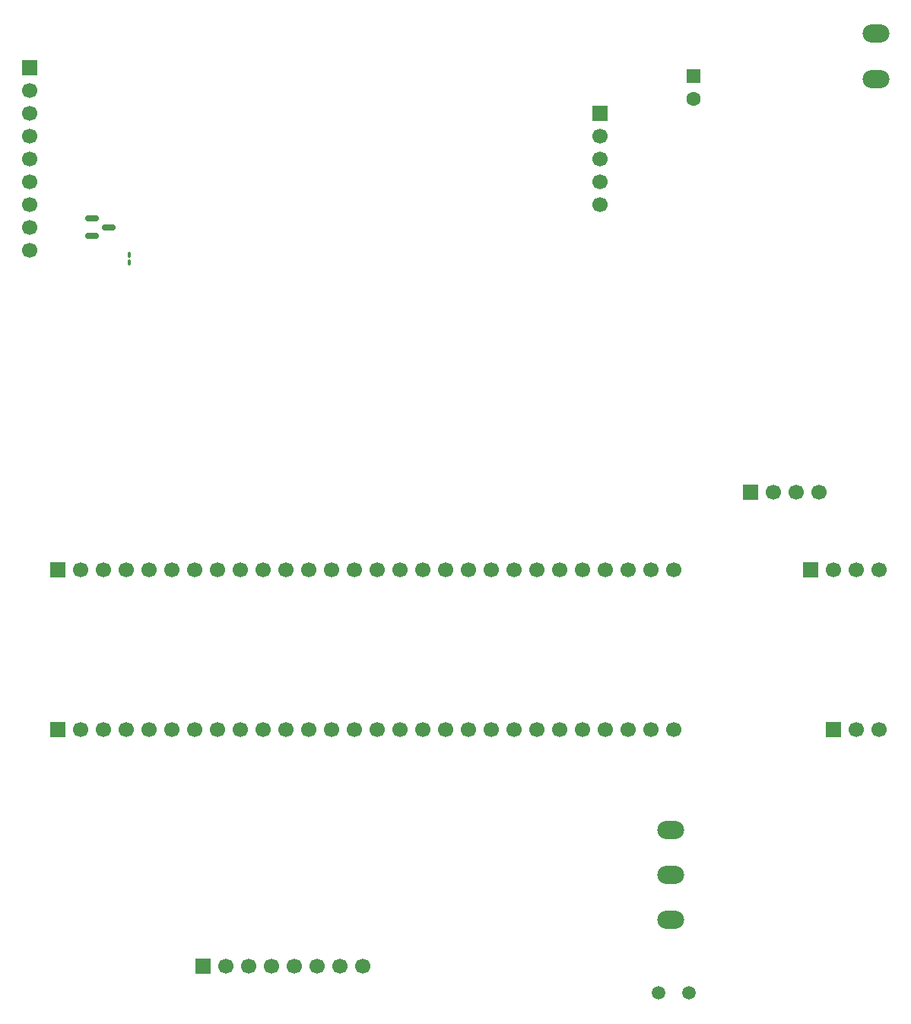
<source format=gbr>
%TF.GenerationSoftware,KiCad,Pcbnew,9.0.6*%
%TF.CreationDate,2025-11-21T06:24:55-05:00*%
%TF.ProjectId,sch,7363682e-6b69-4636-9164-5f7063625858,1.0*%
%TF.SameCoordinates,Original*%
%TF.FileFunction,Soldermask,Bot*%
%TF.FilePolarity,Negative*%
%FSLAX46Y46*%
G04 Gerber Fmt 4.6, Leading zero omitted, Abs format (unit mm)*
G04 Created by KiCad (PCBNEW 9.0.6) date 2025-11-21 06:24:55*
%MOMM*%
%LPD*%
G01*
G04 APERTURE LIST*
G04 Aperture macros list*
%AMRoundRect*
0 Rectangle with rounded corners*
0 $1 Rounding radius*
0 $2 $3 $4 $5 $6 $7 $8 $9 X,Y pos of 4 corners*
0 Add a 4 corners polygon primitive as box body*
4,1,4,$2,$3,$4,$5,$6,$7,$8,$9,$2,$3,0*
0 Add four circle primitives for the rounded corners*
1,1,$1+$1,$2,$3*
1,1,$1+$1,$4,$5*
1,1,$1+$1,$6,$7*
1,1,$1+$1,$8,$9*
0 Add four rect primitives between the rounded corners*
20,1,$1+$1,$2,$3,$4,$5,0*
20,1,$1+$1,$4,$5,$6,$7,0*
20,1,$1+$1,$6,$7,$8,$9,0*
20,1,$1+$1,$8,$9,$2,$3,0*%
G04 Aperture macros list end*
%ADD10R,1.700000X1.700000*%
%ADD11C,1.700000*%
%ADD12RoundRect,1.000000X0.500000X0.000010X-0.500000X0.000010X-0.500000X-0.000010X0.500000X-0.000010X0*%
%ADD13C,1.500000*%
%ADD14RoundRect,0.250000X-0.550000X0.550000X-0.550000X-0.550000X0.550000X-0.550000X0.550000X0.550000X0*%
%ADD15C,1.600000*%
%ADD16RoundRect,0.100000X-0.100000X0.217500X-0.100000X-0.217500X0.100000X-0.217500X0.100000X0.217500X0*%
%ADD17RoundRect,0.150000X-0.587500X-0.150000X0.587500X-0.150000X0.587500X0.150000X-0.587500X0.150000X0*%
G04 APERTURE END LIST*
D10*
%TO.C,J3*%
X65080000Y-152718050D03*
D11*
X67620000Y-152718050D03*
X70160000Y-152718050D03*
X72700000Y-152718050D03*
X75240000Y-152718050D03*
X77780000Y-152718050D03*
X80320000Y-152718050D03*
X82860000Y-152718050D03*
%TD*%
D12*
%TO.C,LS1*%
X139978500Y-53975000D03*
X139978500Y-48895000D03*
%TD*%
D10*
%TO.C,J8*%
X132715000Y-108585000D03*
D11*
X135255000Y-108585000D03*
X137795000Y-108585000D03*
X140335000Y-108585000D03*
%TD*%
D10*
%TO.C,J5*%
X109220000Y-57785000D03*
D11*
X109220000Y-60325000D03*
X109220000Y-62865000D03*
X109220000Y-65405000D03*
X109220000Y-67945000D03*
%TD*%
D10*
%TO.C,J1*%
X48895000Y-126365000D03*
D11*
X51435000Y-126365000D03*
X53975000Y-126365000D03*
X56515000Y-126365000D03*
X59055000Y-126365000D03*
X61595000Y-126365000D03*
X64135000Y-126365000D03*
X66675000Y-126365000D03*
X69215000Y-126365000D03*
X71755000Y-126365000D03*
X74295000Y-126365000D03*
X76835000Y-126365000D03*
X79375000Y-126365000D03*
X81915000Y-126365000D03*
X84455000Y-126365000D03*
X86995000Y-126365000D03*
X89535000Y-126365000D03*
X92075000Y-126365000D03*
X94615000Y-126365000D03*
X97155000Y-126365000D03*
X99695000Y-126365000D03*
X102235000Y-126365000D03*
X104775000Y-126365000D03*
X107315000Y-126365000D03*
X109855000Y-126365000D03*
X112395000Y-126365000D03*
X114935000Y-126365000D03*
X117475000Y-126365000D03*
%TD*%
D10*
%TO.C,J4*%
X45720000Y-52705000D03*
D11*
X45720000Y-55245000D03*
X45720000Y-57785000D03*
X45720000Y-60325000D03*
X45720000Y-62865000D03*
X45720000Y-65405000D03*
X45720000Y-67945000D03*
X45720000Y-70485000D03*
X45720000Y-73025000D03*
%TD*%
D10*
%TO.C,J2*%
X48895000Y-108585000D03*
D11*
X51435000Y-108585000D03*
X53975000Y-108585000D03*
X56515000Y-108585000D03*
X59055000Y-108585000D03*
X61595000Y-108585000D03*
X64135000Y-108585000D03*
X66675000Y-108585000D03*
X69215000Y-108585000D03*
X71755000Y-108585000D03*
X74295000Y-108585000D03*
X76835000Y-108585000D03*
X79375000Y-108585000D03*
X81915000Y-108585000D03*
X84455000Y-108585000D03*
X86995000Y-108585000D03*
X89535000Y-108585000D03*
X92075000Y-108585000D03*
X94615000Y-108585000D03*
X97155000Y-108585000D03*
X99695000Y-108585000D03*
X102235000Y-108585000D03*
X104775000Y-108585000D03*
X107315000Y-108585000D03*
X109855000Y-108585000D03*
X112395000Y-108585000D03*
X114935000Y-108585000D03*
X117475000Y-108585000D03*
%TD*%
D10*
%TO.C,J6*%
X126050000Y-100012500D03*
D11*
X128590000Y-100012500D03*
X131130000Y-100012500D03*
X133670000Y-100012500D03*
%TD*%
D10*
%TO.C,J7*%
X135255000Y-126365000D03*
D11*
X137795000Y-126365000D03*
X140335000Y-126365000D03*
%TD*%
D13*
%TO.C,R23*%
X115775000Y-155702000D03*
X119175000Y-155702000D03*
%TD*%
D12*
%TO.C,RV1*%
X117150000Y-147557500D03*
X117150000Y-142557500D03*
X117150000Y-137557500D03*
%TD*%
D14*
%TO.C,C1*%
X119697500Y-53711349D03*
D15*
X119697500Y-56211349D03*
%TD*%
D16*
%TO.C,R20*%
X56825000Y-73570000D03*
X56825000Y-74385000D03*
%TD*%
D17*
%TO.C,Q7*%
X52712500Y-71437500D03*
X52712500Y-69537500D03*
X54587500Y-70487500D03*
%TD*%
M02*

</source>
